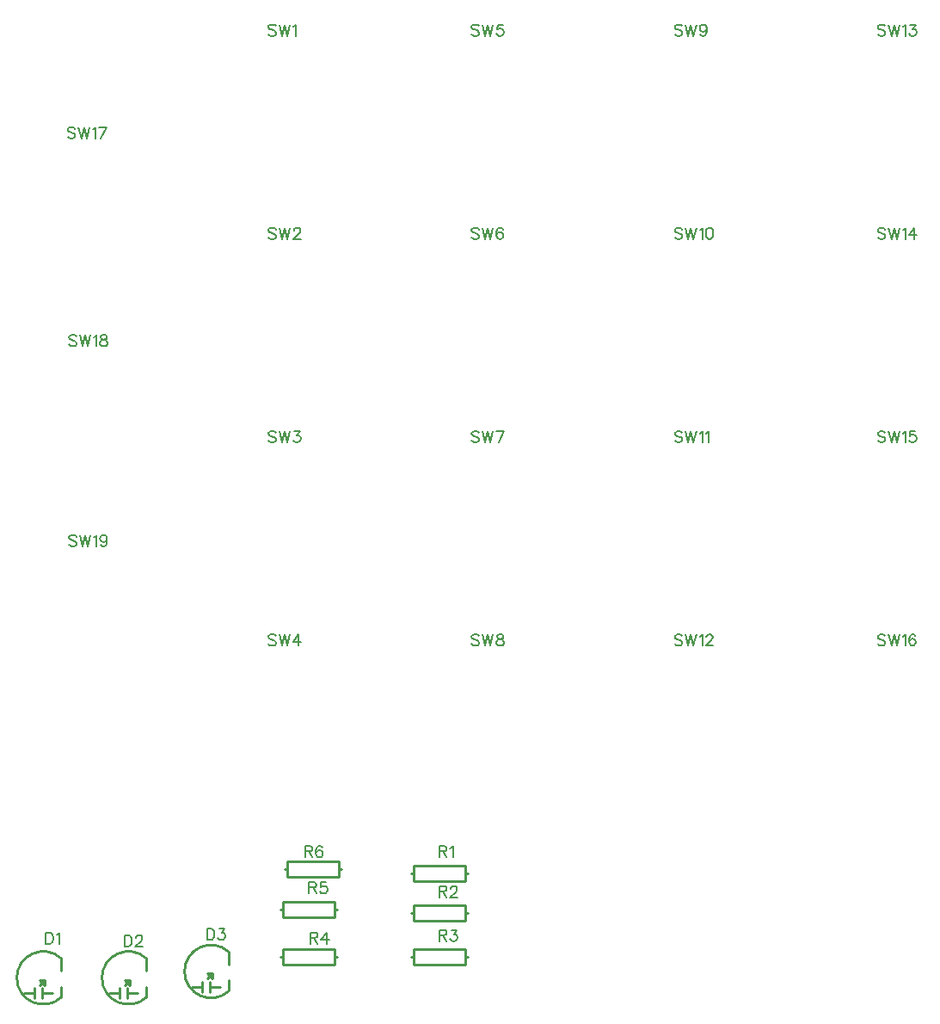
<source format=gto>
G04 Layer: TopSilkLayer*
G04 EasyEDA v6.4.14, 2021-01-27T18:33:08+00:00*
G04 23e06626385a4a67b6d4a1ad3893387d,b188a025bfda474f93bca2756d95531f,10*
G04 Gerber Generator version 0.2*
G04 Scale: 100 percent, Rotated: No, Reflected: No *
G04 Dimensions in millimeters *
G04 leading zeros omitted , absolute positions ,4 integer and 5 decimal *
%FSLAX45Y45*%
%MOMM*%

%ADD10C,0.2540*%
%ADD19C,0.1524*%

%LPD*%
D19*
X4635500Y1834916D02*
G01*
X4635500Y1725950D01*
X4635500Y1834916D02*
G01*
X4682236Y1834916D01*
X4697729Y1829836D01*
X4703063Y1824502D01*
X4708143Y1814088D01*
X4708143Y1803674D01*
X4703063Y1793260D01*
X4697729Y1788180D01*
X4682236Y1783100D01*
X4635500Y1783100D01*
X4671822Y1783100D02*
G01*
X4708143Y1725950D01*
X4742434Y1814088D02*
G01*
X4752847Y1819422D01*
X4768595Y1834916D01*
X4768595Y1725950D01*
X4635500Y1441216D02*
G01*
X4635500Y1332250D01*
X4635500Y1441216D02*
G01*
X4682236Y1441216D01*
X4697729Y1436136D01*
X4703063Y1430802D01*
X4708143Y1420388D01*
X4708143Y1409974D01*
X4703063Y1399560D01*
X4697729Y1394480D01*
X4682236Y1389400D01*
X4635500Y1389400D01*
X4671822Y1389400D02*
G01*
X4708143Y1332250D01*
X4747768Y1415308D02*
G01*
X4747768Y1420388D01*
X4752847Y1430802D01*
X4758181Y1436136D01*
X4768595Y1441216D01*
X4789170Y1441216D01*
X4799584Y1436136D01*
X4804918Y1430802D01*
X4809997Y1420388D01*
X4809997Y1409974D01*
X4804918Y1399560D01*
X4794504Y1384066D01*
X4742434Y1332250D01*
X4815331Y1332250D01*
X4635500Y1009416D02*
G01*
X4635500Y900450D01*
X4635500Y1009416D02*
G01*
X4682236Y1009416D01*
X4697729Y1004336D01*
X4703063Y999002D01*
X4708143Y988588D01*
X4708143Y978174D01*
X4703063Y967760D01*
X4697729Y962680D01*
X4682236Y957600D01*
X4635500Y957600D01*
X4671822Y957600D02*
G01*
X4708143Y900450D01*
X4752847Y1009416D02*
G01*
X4809997Y1009416D01*
X4779009Y967760D01*
X4794504Y967760D01*
X4804918Y962680D01*
X4809997Y957600D01*
X4815331Y941852D01*
X4815331Y931438D01*
X4809997Y915944D01*
X4799584Y905530D01*
X4784090Y900450D01*
X4768595Y900450D01*
X4752847Y905530D01*
X4747768Y910610D01*
X4742434Y921024D01*
X3365500Y984016D02*
G01*
X3365500Y875050D01*
X3365500Y984016D02*
G01*
X3412236Y984016D01*
X3427729Y978936D01*
X3433063Y973602D01*
X3438143Y963188D01*
X3438143Y952774D01*
X3433063Y942360D01*
X3427729Y937280D01*
X3412236Y932200D01*
X3365500Y932200D01*
X3401822Y932200D02*
G01*
X3438143Y875050D01*
X3524504Y984016D02*
G01*
X3472434Y911372D01*
X3550411Y911372D01*
X3524504Y984016D02*
G01*
X3524504Y875050D01*
X3352800Y1479316D02*
G01*
X3352800Y1370350D01*
X3352800Y1479316D02*
G01*
X3399536Y1479316D01*
X3415029Y1474236D01*
X3420363Y1468902D01*
X3425443Y1458488D01*
X3425443Y1448074D01*
X3420363Y1437660D01*
X3415029Y1432580D01*
X3399536Y1427500D01*
X3352800Y1427500D01*
X3389122Y1427500D02*
G01*
X3425443Y1370350D01*
X3522218Y1479316D02*
G01*
X3470147Y1479316D01*
X3465068Y1432580D01*
X3470147Y1437660D01*
X3485895Y1442994D01*
X3501390Y1442994D01*
X3516884Y1437660D01*
X3527297Y1427500D01*
X3532631Y1411752D01*
X3532631Y1401338D01*
X3527297Y1385844D01*
X3516884Y1375430D01*
X3501390Y1370350D01*
X3485895Y1370350D01*
X3470147Y1375430D01*
X3465068Y1380510D01*
X3459734Y1390924D01*
X3314700Y1834916D02*
G01*
X3314700Y1725950D01*
X3314700Y1834916D02*
G01*
X3361436Y1834916D01*
X3376929Y1829836D01*
X3382263Y1824502D01*
X3387343Y1814088D01*
X3387343Y1803674D01*
X3382263Y1793260D01*
X3376929Y1788180D01*
X3361436Y1783100D01*
X3314700Y1783100D01*
X3351022Y1783100D02*
G01*
X3387343Y1725950D01*
X3484118Y1819422D02*
G01*
X3478784Y1829836D01*
X3463290Y1834916D01*
X3452875Y1834916D01*
X3437381Y1829836D01*
X3426968Y1814088D01*
X3421634Y1788180D01*
X3421634Y1762272D01*
X3426968Y1741444D01*
X3437381Y1731030D01*
X3452875Y1725950D01*
X3458209Y1725950D01*
X3473704Y1731030D01*
X3484118Y1741444D01*
X3489197Y1756938D01*
X3489197Y1762272D01*
X3484118Y1777766D01*
X3473704Y1788180D01*
X3458209Y1793260D01*
X3452875Y1793260D01*
X3437381Y1788180D01*
X3426968Y1777766D01*
X3421634Y1762272D01*
X3026143Y9902220D02*
G01*
X3015729Y9912634D01*
X3000235Y9917714D01*
X2979407Y9917714D01*
X2963913Y9912634D01*
X2953499Y9902220D01*
X2953499Y9891806D01*
X2958579Y9881392D01*
X2963913Y9876058D01*
X2974327Y9870978D01*
X3005569Y9860564D01*
X3015729Y9855484D01*
X3021063Y9850150D01*
X3026143Y9839736D01*
X3026143Y9824242D01*
X3015729Y9813828D01*
X3000235Y9808748D01*
X2979407Y9808748D01*
X2963913Y9813828D01*
X2953499Y9824242D01*
X3060433Y9917714D02*
G01*
X3086595Y9808748D01*
X3112503Y9917714D02*
G01*
X3086595Y9808748D01*
X3112503Y9917714D02*
G01*
X3138411Y9808748D01*
X3164319Y9917714D02*
G01*
X3138411Y9808748D01*
X3198609Y9896886D02*
G01*
X3209023Y9902220D01*
X3224771Y9917714D01*
X3224771Y9808748D01*
X3026143Y7902221D02*
G01*
X3015729Y7912635D01*
X3000235Y7917715D01*
X2979407Y7917715D01*
X2963913Y7912635D01*
X2953499Y7902221D01*
X2953499Y7891807D01*
X2958579Y7881393D01*
X2963913Y7876059D01*
X2974327Y7870979D01*
X3005569Y7860565D01*
X3015729Y7855485D01*
X3021063Y7850151D01*
X3026143Y7839737D01*
X3026143Y7824243D01*
X3015729Y7813829D01*
X3000235Y7808749D01*
X2979407Y7808749D01*
X2963913Y7813829D01*
X2953499Y7824243D01*
X3060433Y7917715D02*
G01*
X3086595Y7808749D01*
X3112503Y7917715D02*
G01*
X3086595Y7808749D01*
X3112503Y7917715D02*
G01*
X3138411Y7808749D01*
X3164319Y7917715D02*
G01*
X3138411Y7808749D01*
X3203943Y7891807D02*
G01*
X3203943Y7896887D01*
X3209023Y7907301D01*
X3214357Y7912635D01*
X3224771Y7917715D01*
X3245599Y7917715D01*
X3255759Y7912635D01*
X3261093Y7907301D01*
X3266173Y7896887D01*
X3266173Y7886473D01*
X3261093Y7876059D01*
X3250679Y7860565D01*
X3198609Y7808749D01*
X3271507Y7808749D01*
X3026143Y5902220D02*
G01*
X3015729Y5912634D01*
X3000235Y5917714D01*
X2979407Y5917714D01*
X2963913Y5912634D01*
X2953499Y5902220D01*
X2953499Y5891806D01*
X2958579Y5881392D01*
X2963913Y5876058D01*
X2974327Y5870978D01*
X3005569Y5860564D01*
X3015729Y5855484D01*
X3021063Y5850150D01*
X3026143Y5839736D01*
X3026143Y5824242D01*
X3015729Y5813828D01*
X3000235Y5808748D01*
X2979407Y5808748D01*
X2963913Y5813828D01*
X2953499Y5824242D01*
X3060433Y5917714D02*
G01*
X3086595Y5808748D01*
X3112503Y5917714D02*
G01*
X3086595Y5808748D01*
X3112503Y5917714D02*
G01*
X3138411Y5808748D01*
X3164319Y5917714D02*
G01*
X3138411Y5808748D01*
X3209023Y5917714D02*
G01*
X3266173Y5917714D01*
X3235185Y5876058D01*
X3250679Y5876058D01*
X3261093Y5870978D01*
X3266173Y5865898D01*
X3271507Y5850150D01*
X3271507Y5839736D01*
X3266173Y5824242D01*
X3255759Y5813828D01*
X3240265Y5808748D01*
X3224771Y5808748D01*
X3209023Y5813828D01*
X3203943Y5818908D01*
X3198609Y5829322D01*
X3026143Y3902222D02*
G01*
X3015729Y3912636D01*
X3000235Y3917716D01*
X2979407Y3917716D01*
X2963913Y3912636D01*
X2953499Y3902222D01*
X2953499Y3891808D01*
X2958579Y3881394D01*
X2963913Y3876060D01*
X2974327Y3870980D01*
X3005569Y3860566D01*
X3015729Y3855486D01*
X3021063Y3850152D01*
X3026143Y3839738D01*
X3026143Y3824244D01*
X3015729Y3813830D01*
X3000235Y3808750D01*
X2979407Y3808750D01*
X2963913Y3813830D01*
X2953499Y3824244D01*
X3060433Y3917716D02*
G01*
X3086595Y3808750D01*
X3112503Y3917716D02*
G01*
X3086595Y3808750D01*
X3112503Y3917716D02*
G01*
X3138411Y3808750D01*
X3164319Y3917716D02*
G01*
X3138411Y3808750D01*
X3250679Y3917716D02*
G01*
X3198609Y3845072D01*
X3276587Y3845072D01*
X3250679Y3917716D02*
G01*
X3250679Y3808750D01*
X5026144Y9902220D02*
G01*
X5015730Y9912634D01*
X5000236Y9917714D01*
X4979408Y9917714D01*
X4963914Y9912634D01*
X4953500Y9902220D01*
X4953500Y9891806D01*
X4958580Y9881392D01*
X4963914Y9876058D01*
X4974328Y9870978D01*
X5005570Y9860564D01*
X5015730Y9855484D01*
X5021064Y9850150D01*
X5026144Y9839736D01*
X5026144Y9824242D01*
X5015730Y9813828D01*
X5000236Y9808748D01*
X4979408Y9808748D01*
X4963914Y9813828D01*
X4953500Y9824242D01*
X5060434Y9917714D02*
G01*
X5086596Y9808748D01*
X5112504Y9917714D02*
G01*
X5086596Y9808748D01*
X5112504Y9917714D02*
G01*
X5138412Y9808748D01*
X5164320Y9917714D02*
G01*
X5138412Y9808748D01*
X5261094Y9917714D02*
G01*
X5209024Y9917714D01*
X5203944Y9870978D01*
X5209024Y9876058D01*
X5224772Y9881392D01*
X5240266Y9881392D01*
X5255760Y9876058D01*
X5266174Y9865898D01*
X5271508Y9850150D01*
X5271508Y9839736D01*
X5266174Y9824242D01*
X5255760Y9813828D01*
X5240266Y9808748D01*
X5224772Y9808748D01*
X5209024Y9813828D01*
X5203944Y9818908D01*
X5198610Y9829322D01*
X5026144Y7902221D02*
G01*
X5015730Y7912635D01*
X5000236Y7917715D01*
X4979408Y7917715D01*
X4963914Y7912635D01*
X4953500Y7902221D01*
X4953500Y7891807D01*
X4958580Y7881393D01*
X4963914Y7876059D01*
X4974328Y7870979D01*
X5005570Y7860565D01*
X5015730Y7855485D01*
X5021064Y7850151D01*
X5026144Y7839737D01*
X5026144Y7824243D01*
X5015730Y7813829D01*
X5000236Y7808749D01*
X4979408Y7808749D01*
X4963914Y7813829D01*
X4953500Y7824243D01*
X5060434Y7917715D02*
G01*
X5086596Y7808749D01*
X5112504Y7917715D02*
G01*
X5086596Y7808749D01*
X5112504Y7917715D02*
G01*
X5138412Y7808749D01*
X5164320Y7917715D02*
G01*
X5138412Y7808749D01*
X5261094Y7902221D02*
G01*
X5255760Y7912635D01*
X5240266Y7917715D01*
X5229852Y7917715D01*
X5214358Y7912635D01*
X5203944Y7896887D01*
X5198610Y7870979D01*
X5198610Y7845071D01*
X5203944Y7824243D01*
X5214358Y7813829D01*
X5229852Y7808749D01*
X5235186Y7808749D01*
X5250680Y7813829D01*
X5261094Y7824243D01*
X5266174Y7839737D01*
X5266174Y7845071D01*
X5261094Y7860565D01*
X5250680Y7870979D01*
X5235186Y7876059D01*
X5229852Y7876059D01*
X5214358Y7870979D01*
X5203944Y7860565D01*
X5198610Y7845071D01*
X5026144Y5902220D02*
G01*
X5015730Y5912634D01*
X5000236Y5917714D01*
X4979408Y5917714D01*
X4963914Y5912634D01*
X4953500Y5902220D01*
X4953500Y5891806D01*
X4958580Y5881392D01*
X4963914Y5876058D01*
X4974328Y5870978D01*
X5005570Y5860564D01*
X5015730Y5855484D01*
X5021064Y5850150D01*
X5026144Y5839736D01*
X5026144Y5824242D01*
X5015730Y5813828D01*
X5000236Y5808748D01*
X4979408Y5808748D01*
X4963914Y5813828D01*
X4953500Y5824242D01*
X5060434Y5917714D02*
G01*
X5086596Y5808748D01*
X5112504Y5917714D02*
G01*
X5086596Y5808748D01*
X5112504Y5917714D02*
G01*
X5138412Y5808748D01*
X5164320Y5917714D02*
G01*
X5138412Y5808748D01*
X5271508Y5917714D02*
G01*
X5219438Y5808748D01*
X5198610Y5917714D02*
G01*
X5271508Y5917714D01*
X5026144Y3902222D02*
G01*
X5015730Y3912636D01*
X5000236Y3917716D01*
X4979408Y3917716D01*
X4963914Y3912636D01*
X4953500Y3902222D01*
X4953500Y3891808D01*
X4958580Y3881394D01*
X4963914Y3876060D01*
X4974328Y3870980D01*
X5005570Y3860566D01*
X5015730Y3855486D01*
X5021064Y3850152D01*
X5026144Y3839738D01*
X5026144Y3824244D01*
X5015730Y3813830D01*
X5000236Y3808750D01*
X4979408Y3808750D01*
X4963914Y3813830D01*
X4953500Y3824244D01*
X5060434Y3917716D02*
G01*
X5086596Y3808750D01*
X5112504Y3917716D02*
G01*
X5086596Y3808750D01*
X5112504Y3917716D02*
G01*
X5138412Y3808750D01*
X5164320Y3917716D02*
G01*
X5138412Y3808750D01*
X5224772Y3917716D02*
G01*
X5209024Y3912636D01*
X5203944Y3902222D01*
X5203944Y3891808D01*
X5209024Y3881394D01*
X5219438Y3876060D01*
X5240266Y3870980D01*
X5255760Y3865900D01*
X5266174Y3855486D01*
X5271508Y3845072D01*
X5271508Y3829324D01*
X5266174Y3818910D01*
X5261094Y3813830D01*
X5245600Y3808750D01*
X5224772Y3808750D01*
X5209024Y3813830D01*
X5203944Y3818910D01*
X5198610Y3829324D01*
X5198610Y3845072D01*
X5203944Y3855486D01*
X5214358Y3865900D01*
X5229852Y3870980D01*
X5250680Y3876060D01*
X5261094Y3881394D01*
X5266174Y3891808D01*
X5266174Y3902222D01*
X5261094Y3912636D01*
X5245600Y3917716D01*
X5224772Y3917716D01*
X7026142Y9902220D02*
G01*
X7015728Y9912634D01*
X7000234Y9917714D01*
X6979406Y9917714D01*
X6963912Y9912634D01*
X6953498Y9902220D01*
X6953498Y9891806D01*
X6958578Y9881392D01*
X6963912Y9876058D01*
X6974326Y9870978D01*
X7005568Y9860564D01*
X7015728Y9855484D01*
X7021062Y9850150D01*
X7026142Y9839736D01*
X7026142Y9824242D01*
X7015728Y9813828D01*
X7000234Y9808748D01*
X6979406Y9808748D01*
X6963912Y9813828D01*
X6953498Y9824242D01*
X7060432Y9917714D02*
G01*
X7086594Y9808748D01*
X7112502Y9917714D02*
G01*
X7086594Y9808748D01*
X7112502Y9917714D02*
G01*
X7138410Y9808748D01*
X7164318Y9917714D02*
G01*
X7138410Y9808748D01*
X7266172Y9881392D02*
G01*
X7261092Y9865898D01*
X7250678Y9855484D01*
X7235184Y9850150D01*
X7229850Y9850150D01*
X7214356Y9855484D01*
X7203942Y9865898D01*
X7198608Y9881392D01*
X7198608Y9886472D01*
X7203942Y9902220D01*
X7214356Y9912634D01*
X7229850Y9917714D01*
X7235184Y9917714D01*
X7250678Y9912634D01*
X7261092Y9902220D01*
X7266172Y9881392D01*
X7266172Y9855484D01*
X7261092Y9829322D01*
X7250678Y9813828D01*
X7235184Y9808748D01*
X7224770Y9808748D01*
X7209022Y9813828D01*
X7203942Y9824242D01*
X7026142Y7902221D02*
G01*
X7015728Y7912635D01*
X7000234Y7917715D01*
X6979406Y7917715D01*
X6963912Y7912635D01*
X6953498Y7902221D01*
X6953498Y7891807D01*
X6958578Y7881393D01*
X6963912Y7876059D01*
X6974326Y7870979D01*
X7005568Y7860565D01*
X7015728Y7855485D01*
X7021062Y7850151D01*
X7026142Y7839737D01*
X7026142Y7824243D01*
X7015728Y7813829D01*
X7000234Y7808749D01*
X6979406Y7808749D01*
X6963912Y7813829D01*
X6953498Y7824243D01*
X7060432Y7917715D02*
G01*
X7086594Y7808749D01*
X7112502Y7917715D02*
G01*
X7086594Y7808749D01*
X7112502Y7917715D02*
G01*
X7138410Y7808749D01*
X7164318Y7917715D02*
G01*
X7138410Y7808749D01*
X7198608Y7896887D02*
G01*
X7209022Y7902221D01*
X7224770Y7917715D01*
X7224770Y7808749D01*
X7290048Y7917715D02*
G01*
X7274554Y7912635D01*
X7264140Y7896887D01*
X7259060Y7870979D01*
X7259060Y7855485D01*
X7264140Y7829323D01*
X7274554Y7813829D01*
X7290048Y7808749D01*
X7300462Y7808749D01*
X7316210Y7813829D01*
X7326624Y7829323D01*
X7331704Y7855485D01*
X7331704Y7870979D01*
X7326624Y7896887D01*
X7316210Y7912635D01*
X7300462Y7917715D01*
X7290048Y7917715D01*
X7026142Y5902220D02*
G01*
X7015728Y5912634D01*
X7000234Y5917714D01*
X6979406Y5917714D01*
X6963912Y5912634D01*
X6953498Y5902220D01*
X6953498Y5891806D01*
X6958578Y5881392D01*
X6963912Y5876058D01*
X6974326Y5870978D01*
X7005568Y5860564D01*
X7015728Y5855484D01*
X7021062Y5850150D01*
X7026142Y5839736D01*
X7026142Y5824242D01*
X7015728Y5813828D01*
X7000234Y5808748D01*
X6979406Y5808748D01*
X6963912Y5813828D01*
X6953498Y5824242D01*
X7060432Y5917714D02*
G01*
X7086594Y5808748D01*
X7112502Y5917714D02*
G01*
X7086594Y5808748D01*
X7112502Y5917714D02*
G01*
X7138410Y5808748D01*
X7164318Y5917714D02*
G01*
X7138410Y5808748D01*
X7198608Y5896886D02*
G01*
X7209022Y5902220D01*
X7224770Y5917714D01*
X7224770Y5808748D01*
X7259060Y5896886D02*
G01*
X7269474Y5902220D01*
X7284968Y5917714D01*
X7284968Y5808748D01*
X7026142Y3902222D02*
G01*
X7015728Y3912636D01*
X7000234Y3917716D01*
X6979406Y3917716D01*
X6963912Y3912636D01*
X6953498Y3902222D01*
X6953498Y3891808D01*
X6958578Y3881394D01*
X6963912Y3876060D01*
X6974326Y3870980D01*
X7005568Y3860566D01*
X7015728Y3855486D01*
X7021062Y3850152D01*
X7026142Y3839738D01*
X7026142Y3824244D01*
X7015728Y3813830D01*
X7000234Y3808750D01*
X6979406Y3808750D01*
X6963912Y3813830D01*
X6953498Y3824244D01*
X7060432Y3917716D02*
G01*
X7086594Y3808750D01*
X7112502Y3917716D02*
G01*
X7086594Y3808750D01*
X7112502Y3917716D02*
G01*
X7138410Y3808750D01*
X7164318Y3917716D02*
G01*
X7138410Y3808750D01*
X7198608Y3896888D02*
G01*
X7209022Y3902222D01*
X7224770Y3917716D01*
X7224770Y3808750D01*
X7264140Y3891808D02*
G01*
X7264140Y3896888D01*
X7269474Y3907302D01*
X7274554Y3912636D01*
X7284968Y3917716D01*
X7305796Y3917716D01*
X7316210Y3912636D01*
X7321290Y3907302D01*
X7326624Y3896888D01*
X7326624Y3886474D01*
X7321290Y3876060D01*
X7310876Y3860566D01*
X7259060Y3808750D01*
X7331704Y3808750D01*
X9026143Y9902220D02*
G01*
X9015729Y9912634D01*
X9000236Y9917714D01*
X8979408Y9917714D01*
X8963913Y9912634D01*
X8953500Y9902220D01*
X8953500Y9891806D01*
X8958579Y9881392D01*
X8963913Y9876058D01*
X8974327Y9870978D01*
X9005570Y9860564D01*
X9015729Y9855484D01*
X9021063Y9850150D01*
X9026143Y9839736D01*
X9026143Y9824242D01*
X9015729Y9813828D01*
X9000236Y9808748D01*
X8979408Y9808748D01*
X8963913Y9813828D01*
X8953500Y9824242D01*
X9060434Y9917714D02*
G01*
X9086595Y9808748D01*
X9112504Y9917714D02*
G01*
X9086595Y9808748D01*
X9112504Y9917714D02*
G01*
X9138411Y9808748D01*
X9164320Y9917714D02*
G01*
X9138411Y9808748D01*
X9198609Y9896886D02*
G01*
X9209024Y9902220D01*
X9224772Y9917714D01*
X9224772Y9808748D01*
X9269475Y9917714D02*
G01*
X9326625Y9917714D01*
X9295384Y9876058D01*
X9310877Y9876058D01*
X9321291Y9870978D01*
X9326625Y9865898D01*
X9331706Y9850150D01*
X9331706Y9839736D01*
X9326625Y9824242D01*
X9316211Y9813828D01*
X9300463Y9808748D01*
X9284970Y9808748D01*
X9269475Y9813828D01*
X9264141Y9818908D01*
X9259061Y9829322D01*
X9026143Y7902221D02*
G01*
X9015729Y7912635D01*
X9000236Y7917715D01*
X8979408Y7917715D01*
X8963913Y7912635D01*
X8953500Y7902221D01*
X8953500Y7891807D01*
X8958579Y7881393D01*
X8963913Y7876059D01*
X8974327Y7870979D01*
X9005570Y7860565D01*
X9015729Y7855485D01*
X9021063Y7850151D01*
X9026143Y7839737D01*
X9026143Y7824243D01*
X9015729Y7813829D01*
X9000236Y7808749D01*
X8979408Y7808749D01*
X8963913Y7813829D01*
X8953500Y7824243D01*
X9060434Y7917715D02*
G01*
X9086595Y7808749D01*
X9112504Y7917715D02*
G01*
X9086595Y7808749D01*
X9112504Y7917715D02*
G01*
X9138411Y7808749D01*
X9164320Y7917715D02*
G01*
X9138411Y7808749D01*
X9198609Y7896887D02*
G01*
X9209024Y7902221D01*
X9224772Y7917715D01*
X9224772Y7808749D01*
X9310877Y7917715D02*
G01*
X9259061Y7845071D01*
X9337040Y7845071D01*
X9310877Y7917715D02*
G01*
X9310877Y7808749D01*
X9026143Y5902220D02*
G01*
X9015729Y5912634D01*
X9000236Y5917714D01*
X8979408Y5917714D01*
X8963913Y5912634D01*
X8953500Y5902220D01*
X8953500Y5891806D01*
X8958579Y5881392D01*
X8963913Y5876058D01*
X8974327Y5870978D01*
X9005570Y5860564D01*
X9015729Y5855484D01*
X9021063Y5850150D01*
X9026143Y5839736D01*
X9026143Y5824242D01*
X9015729Y5813828D01*
X9000236Y5808748D01*
X8979408Y5808748D01*
X8963913Y5813828D01*
X8953500Y5824242D01*
X9060434Y5917714D02*
G01*
X9086595Y5808748D01*
X9112504Y5917714D02*
G01*
X9086595Y5808748D01*
X9112504Y5917714D02*
G01*
X9138411Y5808748D01*
X9164320Y5917714D02*
G01*
X9138411Y5808748D01*
X9198609Y5896886D02*
G01*
X9209024Y5902220D01*
X9224772Y5917714D01*
X9224772Y5808748D01*
X9321291Y5917714D02*
G01*
X9269475Y5917714D01*
X9264141Y5870978D01*
X9269475Y5876058D01*
X9284970Y5881392D01*
X9300463Y5881392D01*
X9316211Y5876058D01*
X9326625Y5865898D01*
X9331706Y5850150D01*
X9331706Y5839736D01*
X9326625Y5824242D01*
X9316211Y5813828D01*
X9300463Y5808748D01*
X9284970Y5808748D01*
X9269475Y5813828D01*
X9264141Y5818908D01*
X9259061Y5829322D01*
X9026143Y3902222D02*
G01*
X9015729Y3912636D01*
X9000236Y3917716D01*
X8979408Y3917716D01*
X8963913Y3912636D01*
X8953500Y3902222D01*
X8953500Y3891808D01*
X8958579Y3881394D01*
X8963913Y3876060D01*
X8974327Y3870980D01*
X9005570Y3860566D01*
X9015729Y3855486D01*
X9021063Y3850152D01*
X9026143Y3839738D01*
X9026143Y3824244D01*
X9015729Y3813830D01*
X9000236Y3808750D01*
X8979408Y3808750D01*
X8963913Y3813830D01*
X8953500Y3824244D01*
X9060434Y3917716D02*
G01*
X9086595Y3808750D01*
X9112504Y3917716D02*
G01*
X9086595Y3808750D01*
X9112504Y3917716D02*
G01*
X9138411Y3808750D01*
X9164320Y3917716D02*
G01*
X9138411Y3808750D01*
X9198609Y3896888D02*
G01*
X9209024Y3902222D01*
X9224772Y3917716D01*
X9224772Y3808750D01*
X9321291Y3902222D02*
G01*
X9316211Y3912636D01*
X9300463Y3917716D01*
X9290050Y3917716D01*
X9274556Y3912636D01*
X9264141Y3896888D01*
X9259061Y3870980D01*
X9259061Y3845072D01*
X9264141Y3824244D01*
X9274556Y3813830D01*
X9290050Y3808750D01*
X9295384Y3808750D01*
X9310877Y3813830D01*
X9321291Y3824244D01*
X9326625Y3839738D01*
X9326625Y3845072D01*
X9321291Y3860566D01*
X9310877Y3870980D01*
X9295384Y3876060D01*
X9290050Y3876060D01*
X9274556Y3870980D01*
X9264141Y3860566D01*
X9259061Y3845072D01*
X1050544Y8893322D02*
G01*
X1040129Y8903736D01*
X1024636Y8908816D01*
X1003807Y8908816D01*
X988313Y8903736D01*
X977900Y8893322D01*
X977900Y8882908D01*
X982979Y8872494D01*
X988313Y8867160D01*
X998728Y8862080D01*
X1029970Y8851666D01*
X1040129Y8846586D01*
X1045463Y8841252D01*
X1050544Y8830838D01*
X1050544Y8815344D01*
X1040129Y8804930D01*
X1024636Y8799850D01*
X1003807Y8799850D01*
X988313Y8804930D01*
X977900Y8815344D01*
X1084834Y8908816D02*
G01*
X1110995Y8799850D01*
X1136904Y8908816D02*
G01*
X1110995Y8799850D01*
X1136904Y8908816D02*
G01*
X1162812Y8799850D01*
X1188720Y8908816D02*
G01*
X1162812Y8799850D01*
X1223010Y8887988D02*
G01*
X1233423Y8893322D01*
X1249171Y8908816D01*
X1249171Y8799850D01*
X1356105Y8908816D02*
G01*
X1304289Y8799850D01*
X1283462Y8908816D02*
G01*
X1356105Y8908816D01*
X1063244Y6848622D02*
G01*
X1052829Y6859036D01*
X1037336Y6864116D01*
X1016507Y6864116D01*
X1001013Y6859036D01*
X990600Y6848622D01*
X990600Y6838208D01*
X995679Y6827794D01*
X1001013Y6822460D01*
X1011428Y6817380D01*
X1042670Y6806966D01*
X1052829Y6801886D01*
X1058163Y6796552D01*
X1063244Y6786138D01*
X1063244Y6770644D01*
X1052829Y6760230D01*
X1037336Y6755150D01*
X1016507Y6755150D01*
X1001013Y6760230D01*
X990600Y6770644D01*
X1097534Y6864116D02*
G01*
X1123695Y6755150D01*
X1149604Y6864116D02*
G01*
X1123695Y6755150D01*
X1149604Y6864116D02*
G01*
X1175512Y6755150D01*
X1201420Y6864116D02*
G01*
X1175512Y6755150D01*
X1235710Y6843288D02*
G01*
X1246123Y6848622D01*
X1261871Y6864116D01*
X1261871Y6755150D01*
X1322070Y6864116D02*
G01*
X1306576Y6859036D01*
X1301242Y6848622D01*
X1301242Y6838208D01*
X1306576Y6827794D01*
X1316989Y6822460D01*
X1337563Y6817380D01*
X1353312Y6812300D01*
X1363726Y6801886D01*
X1368805Y6791472D01*
X1368805Y6775724D01*
X1363726Y6765310D01*
X1358392Y6760230D01*
X1342897Y6755150D01*
X1322070Y6755150D01*
X1306576Y6760230D01*
X1301242Y6765310D01*
X1296162Y6775724D01*
X1296162Y6791472D01*
X1301242Y6801886D01*
X1311655Y6812300D01*
X1327150Y6817380D01*
X1347978Y6822460D01*
X1358392Y6827794D01*
X1363726Y6838208D01*
X1363726Y6848622D01*
X1358392Y6859036D01*
X1342897Y6864116D01*
X1322070Y6864116D01*
X1063244Y4880122D02*
G01*
X1052829Y4890536D01*
X1037336Y4895616D01*
X1016507Y4895616D01*
X1001013Y4890536D01*
X990600Y4880122D01*
X990600Y4869708D01*
X995679Y4859294D01*
X1001013Y4853960D01*
X1011428Y4848880D01*
X1042670Y4838466D01*
X1052829Y4833386D01*
X1058163Y4828052D01*
X1063244Y4817638D01*
X1063244Y4802144D01*
X1052829Y4791730D01*
X1037336Y4786650D01*
X1016507Y4786650D01*
X1001013Y4791730D01*
X990600Y4802144D01*
X1097534Y4895616D02*
G01*
X1123695Y4786650D01*
X1149604Y4895616D02*
G01*
X1123695Y4786650D01*
X1149604Y4895616D02*
G01*
X1175512Y4786650D01*
X1201420Y4895616D02*
G01*
X1175512Y4786650D01*
X1235710Y4874788D02*
G01*
X1246123Y4880122D01*
X1261871Y4895616D01*
X1261871Y4786650D01*
X1363726Y4859294D02*
G01*
X1358392Y4843800D01*
X1347978Y4833386D01*
X1332484Y4828052D01*
X1327150Y4828052D01*
X1311655Y4833386D01*
X1301242Y4843800D01*
X1296162Y4859294D01*
X1296162Y4864374D01*
X1301242Y4880122D01*
X1311655Y4890536D01*
X1327150Y4895616D01*
X1332484Y4895616D01*
X1347978Y4890536D01*
X1358392Y4880122D01*
X1363726Y4859294D01*
X1363726Y4833386D01*
X1358392Y4807224D01*
X1347978Y4791730D01*
X1332484Y4786650D01*
X1322070Y4786650D01*
X1306576Y4791730D01*
X1301242Y4802144D01*
X762000Y984016D02*
G01*
X762000Y875050D01*
X762000Y984016D02*
G01*
X798321Y984016D01*
X814070Y978936D01*
X824229Y968522D01*
X829563Y958108D01*
X834644Y942360D01*
X834644Y916452D01*
X829563Y900958D01*
X824229Y890544D01*
X814070Y880130D01*
X798321Y875050D01*
X762000Y875050D01*
X868934Y963188D02*
G01*
X879347Y968522D01*
X895095Y984016D01*
X895095Y875050D01*
X1536700Y958616D02*
G01*
X1536700Y849650D01*
X1536700Y958616D02*
G01*
X1573021Y958616D01*
X1588770Y953536D01*
X1598929Y943122D01*
X1604263Y932708D01*
X1609344Y916960D01*
X1609344Y891052D01*
X1604263Y875558D01*
X1598929Y865144D01*
X1588770Y854730D01*
X1573021Y849650D01*
X1536700Y849650D01*
X1648968Y932708D02*
G01*
X1648968Y937788D01*
X1654047Y948202D01*
X1659381Y953536D01*
X1669795Y958616D01*
X1690370Y958616D01*
X1700784Y953536D01*
X1706118Y948202D01*
X1711197Y937788D01*
X1711197Y927374D01*
X1706118Y916960D01*
X1695704Y901466D01*
X1643634Y849650D01*
X1716531Y849650D01*
X2349500Y1022116D02*
G01*
X2349500Y913150D01*
X2349500Y1022116D02*
G01*
X2385822Y1022116D01*
X2401570Y1017036D01*
X2411729Y1006622D01*
X2417063Y996208D01*
X2422143Y980460D01*
X2422143Y954552D01*
X2417063Y939058D01*
X2411729Y928644D01*
X2401570Y918230D01*
X2385822Y913150D01*
X2349500Y913150D01*
X2466847Y1022116D02*
G01*
X2523997Y1022116D01*
X2493009Y980460D01*
X2508504Y980460D01*
X2518918Y975380D01*
X2523997Y970300D01*
X2529331Y954552D01*
X2529331Y944138D01*
X2523997Y928644D01*
X2513584Y918230D01*
X2498090Y913150D01*
X2482595Y913150D01*
X2466847Y918230D01*
X2461768Y923310D01*
X2456434Y933724D01*
D10*
X4381500Y1643400D02*
G01*
X4889500Y1643400D01*
X4889500Y1643400D02*
G01*
X4889500Y1567200D01*
X4889500Y1567200D02*
G01*
X4889500Y1491000D01*
X4889500Y1491000D02*
G01*
X4381500Y1491000D01*
X4381500Y1491000D02*
G01*
X4381500Y1567200D01*
X4381500Y1567200D02*
G01*
X4381500Y1643400D01*
X4889500Y1567200D02*
G01*
X4914900Y1567200D01*
X4381500Y1567200D02*
G01*
X4356100Y1567200D01*
X4381500Y1249700D02*
G01*
X4889500Y1249700D01*
X4889500Y1249700D02*
G01*
X4889500Y1173500D01*
X4889500Y1173500D02*
G01*
X4889500Y1097300D01*
X4889500Y1097300D02*
G01*
X4381500Y1097300D01*
X4381500Y1097300D02*
G01*
X4381500Y1173500D01*
X4381500Y1173500D02*
G01*
X4381500Y1249700D01*
X4889500Y1173500D02*
G01*
X4914900Y1173500D01*
X4381500Y1173500D02*
G01*
X4356100Y1173500D01*
X4381500Y817900D02*
G01*
X4889500Y817900D01*
X4889500Y817900D02*
G01*
X4889500Y741700D01*
X4889500Y741700D02*
G01*
X4889500Y665500D01*
X4889500Y665500D02*
G01*
X4381500Y665500D01*
X4381500Y665500D02*
G01*
X4381500Y741700D01*
X4381500Y741700D02*
G01*
X4381500Y817900D01*
X4889500Y741700D02*
G01*
X4914900Y741700D01*
X4381500Y741700D02*
G01*
X4356100Y741700D01*
X3606800Y665500D02*
G01*
X3098800Y665500D01*
X3098800Y665500D02*
G01*
X3098800Y741700D01*
X3098800Y741700D02*
G01*
X3098800Y817900D01*
X3098800Y817900D02*
G01*
X3606800Y817900D01*
X3606800Y817900D02*
G01*
X3606800Y741700D01*
X3606800Y741700D02*
G01*
X3606800Y665500D01*
X3098800Y741700D02*
G01*
X3073400Y741700D01*
X3606800Y741700D02*
G01*
X3632200Y741700D01*
X3098800Y1287800D02*
G01*
X3606800Y1287800D01*
X3606800Y1287800D02*
G01*
X3606800Y1211600D01*
X3606800Y1211600D02*
G01*
X3606800Y1135400D01*
X3606800Y1135400D02*
G01*
X3098800Y1135400D01*
X3098800Y1135400D02*
G01*
X3098800Y1211600D01*
X3098800Y1211600D02*
G01*
X3098800Y1287800D01*
X3606800Y1211600D02*
G01*
X3632200Y1211600D01*
X3098800Y1211600D02*
G01*
X3073400Y1211600D01*
X3644900Y1529100D02*
G01*
X3136900Y1529100D01*
X3136900Y1529100D02*
G01*
X3136900Y1605300D01*
X3136900Y1605300D02*
G01*
X3136900Y1681500D01*
X3136900Y1681500D02*
G01*
X3644900Y1681500D01*
X3644900Y1681500D02*
G01*
X3644900Y1605300D01*
X3644900Y1605300D02*
G01*
X3644900Y1529100D01*
X3136900Y1605300D02*
G01*
X3111500Y1605300D01*
X3644900Y1605300D02*
G01*
X3670300Y1605300D01*
X645160Y439440D02*
G01*
X645160Y388640D01*
X645160Y337840D01*
X723900Y439440D02*
G01*
X723900Y388640D01*
X723900Y337840D01*
X723900Y388640D02*
G01*
X822960Y388640D01*
X543560Y388640D02*
G01*
X645160Y388640D01*
X703579Y467380D02*
G01*
X754379Y518180D01*
X703579Y518180D01*
X754379Y467380D01*
X754379Y518180D01*
X914400Y729000D02*
G01*
X914400Y609620D01*
X914400Y348000D02*
G01*
X914400Y449600D01*
X1483360Y439440D02*
G01*
X1483360Y388640D01*
X1483360Y337840D01*
X1562100Y439440D02*
G01*
X1562100Y388640D01*
X1562100Y337840D01*
X1562100Y388640D02*
G01*
X1661160Y388640D01*
X1381760Y388640D02*
G01*
X1483360Y388640D01*
X1541779Y467380D02*
G01*
X1592579Y518180D01*
X1541779Y518180D01*
X1592579Y467380D01*
X1592579Y518180D01*
X1752600Y729000D02*
G01*
X1752600Y609620D01*
X1752600Y348000D02*
G01*
X1752600Y449600D01*
X2296159Y502940D02*
G01*
X2296159Y452140D01*
X2296159Y401340D01*
X2374900Y502940D02*
G01*
X2374900Y452140D01*
X2374900Y401340D01*
X2374900Y452140D02*
G01*
X2473959Y452140D01*
X2194559Y452140D02*
G01*
X2296159Y452140D01*
X2354579Y530880D02*
G01*
X2405379Y581680D01*
X2354579Y581680D01*
X2405379Y530880D01*
X2405379Y581680D01*
X2565400Y792500D02*
G01*
X2565400Y673120D01*
X2565400Y411500D02*
G01*
X2565400Y513100D01*
G75*
G01*
X914400Y348000D02*
G02*
X914400Y729000I-177798J190500D01*
G75*
G01*
X1752600Y348000D02*
G02*
X1752600Y729000I-177798J190500D01*
G75*
G01*
X2565400Y411500D02*
G02*
X2565400Y792500I-177798J190500D01*
M02*

</source>
